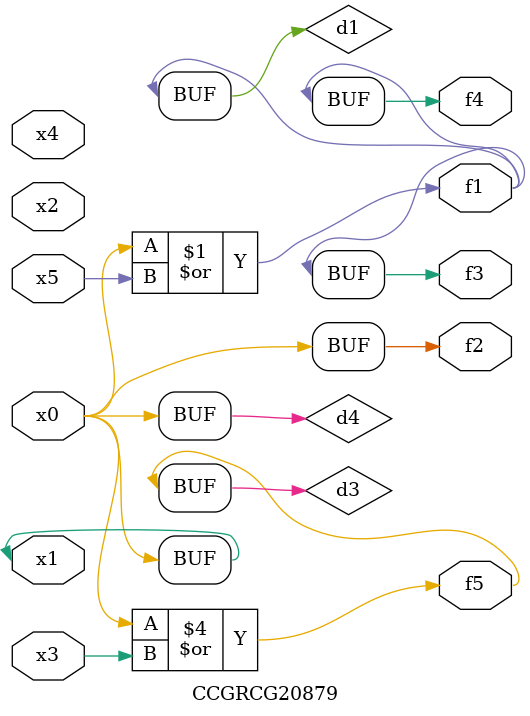
<source format=v>
module CCGRCG20879(
	input x0, x1, x2, x3, x4, x5,
	output f1, f2, f3, f4, f5
);

	wire d1, d2, d3, d4;

	or (d1, x0, x5);
	xnor (d2, x1, x4);
	or (d3, x0, x3);
	buf (d4, x0, x1);
	assign f1 = d1;
	assign f2 = d4;
	assign f3 = d1;
	assign f4 = d1;
	assign f5 = d3;
endmodule

</source>
